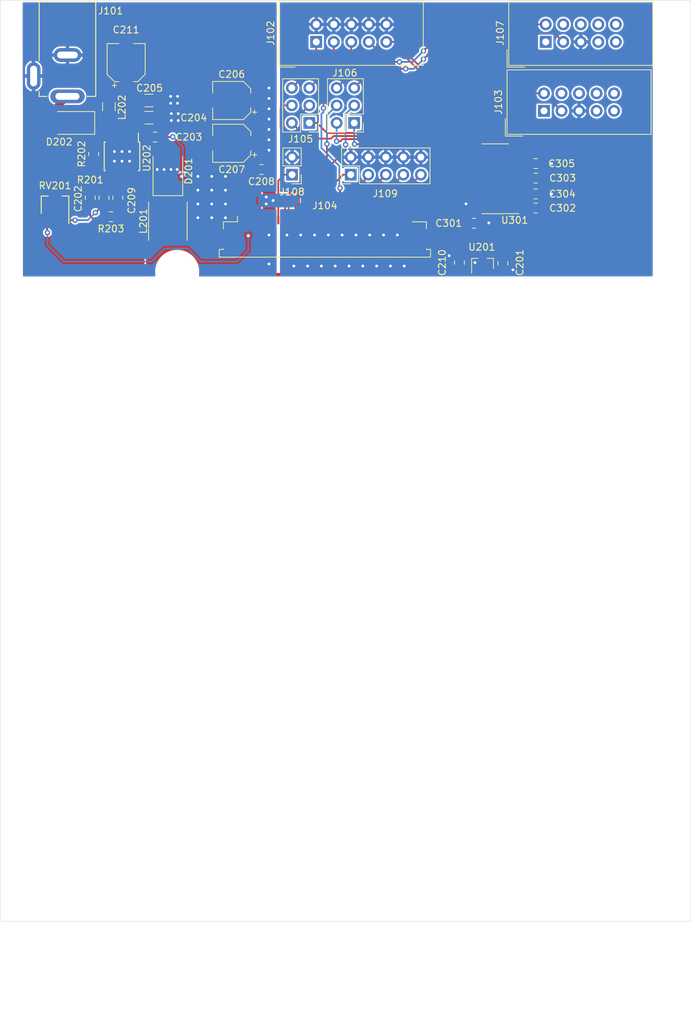
<source format=kicad_pcb>
(kicad_pcb (version 20171130) (host pcbnew 5.1.8-5.1.8)
  (layers (0 F.Cu signal) (31 B.Cu signal) (34 B.Paste user) (35 F.Paste user) (36 B.SilkS user) (37 F.SilkS user) (38 B.Mask user) (39 F.Mask user) (44 Edge.Cuts user))
  (net 0 "")
  (net 1 +5V)
  (net 2 GND)
  (net 3 "/Power Supply/FB")
  (net 4 "/Power Supply/SW")
  (net 5 "/Power Supply/BOOT")
  (net 6 "/Power Supply/VIN")
  (net 7 "/Power Supply/SS")
  (net 8 +3V3)
  (net 9 "Net-(R201-Pad2)")
  (net 10 "/Power Supply/RT")
  (net 11 GNDS)
  (net 12 "Net-(C302-Pad2)")
  (net 13 "Net-(C302-Pad1)")
  (net 14 "Net-(C303-Pad2)")
  (net 15 "Net-(C303-Pad1)")
  (net 16 "Net-(C304-Pad1)")
  (net 17 "Net-(C305-Pad1)")
  (net 18 /RS232_TX)
  (net 19 /RS232_RX)
  (net 20 /GPS_ACT)
  (net 21 /UART_TX)
  (net 22 /UART_RX)
  (net 23 "/Level Converter/UART1_IN")
  (net 24 "/Level Converter/UART1_OUT")
  (net 25 "/Level Converter/LVTTL1_OUT")
  (net 26 "/Level Converter/LVTTL1_IN")
  (net 27 "/Level Converter/LVTTL2_IN")
  (net 28 "/Level Converter/LVTTL2_OUT")
  (net 29 "/Level Converter/UART2_IN")
  (net 30 "/Level Converter/UART2_OUT")
  (net 31 "Net-(J103-Pad10)")
  (net 32 "Net-(J103-Pad9)")
  (net 33 "Net-(J103-Pad8)")
  (net 34 "Net-(J103-Pad7)")
  (net 35 "Net-(J103-Pad6)")
  (net 36 "Net-(J103-Pad4)")
  (net 37 "Net-(J103-Pad1)")
  (net 38 "Net-(J104-Pad43)")
  (net 39 "Net-(J104-Pad8)")
  (net 40 "Net-(J106-Pad6)")
  (net 41 "Net-(J106-Pad5)")
  (net 42 "Net-(J107-Pad10)")
  (net 43 "Net-(J107-Pad9)")
  (net 44 "Net-(J107-Pad8)")
  (net 45 "Net-(J107-Pad7)")
  (net 46 "Net-(J107-Pad6)")
  (net 47 "Net-(J107-Pad4)")
  (net 48 "Net-(J107-Pad1)")
  (net 49 /LVTTL_10M)
  (net 50 /OUTP_ACT)
  (net 51 /MACT)
  (net 52 /RESET)
  (net 53 /UART_TX_HS)
  (net 54 /PP2S)
  (net 55 "Net-(C204-Pad1)")
  (net 56 "Net-(D202-Pad1)")
  (net 57 "Net-(J104-Pad47)")
  (net 58 "Net-(J104-Pad45)")
  (net 59 "Net-(J104-Pad38)")
  (net 60 "Net-(J104-Pad36)")
  (net 61 "Net-(J104-Pad35)")
  (net 62 "Net-(J104-Pad33)")
  (net 63 "Net-(J104-Pad32)")
  (net 64 "Net-(J104-Pad26)")
  (net 65 "Net-(J104-Pad24)")
  (net 66 "Net-(J104-Pad22)")
  (net 67 "Net-(J104-Pad20)")
  (net 68 "Net-(J102-Pad3)")
  (net 69 "Net-(J102-Pad1)")
  (module MountingHole:MountingHole_3.2mm_M3_DIN965 (layer F.Cu) (at 215.2 217.5)
    (fp_text reference H104 hide)
    (fp_text value MountingHole)
    (pad 1 np_thru_hole circle (at 0 0) (size 3.2 3.2) (drill 3.2) (layers *.Cu *.Mask))
  )
  (module MountingHole:MountingHole_3.2mm_M3_DIN965 (layer F.Cu) (at 158.6 217.5)
    (fp_text reference H103 hide)
    (fp_text value MountingHole)
    (pad 1 np_thru_hole circle (at 0 0) (size 3.2 3.2) (drill 3.2) (layers *.Cu *.Mask))
  )
  (module MountingHole:MountingHole_3.2mm_M3_DIN965 (layer F.Cu) (at 215.2 142.65)
    (fp_text reference H102 hide)
    (fp_text value MountingHole)
    (pad 1 np_thru_hole circle (at 0 0) (size 3.2 3.2) (drill 3.2) (layers *.Cu *.Mask))
  )
  (module MountingHole:MountingHole_3.2mm_M3_DIN965 (layer F.Cu) (at 158.6 130.85)
    (fp_text reference H101 hide)
    (fp_text value MountingHole)
    (pad 1 np_thru_hole circle (at 0 0) (size 3.2 3.2) (drill 3.2) (layers *.Cu *.Mask))
  )
  (module Capacitor_SMD:C_0805_2012Metric (layer F.Cu) (at 155.4 111.3)
    (fp_text reference C203 (at 4.9 0) (layer F.SilkS))
    (fp_text value 100nF)
    (pad 2 smd roundrect (at 0.9375 0) (size 0.975 1.4) (layers F.Cu F.Paste F.Mask) (net 4 "/Power Supply/SW"))
    (pad 1 smd roundrect (at -0.9375 0) (size 0.975 1.4) (layers F.Cu F.Paste F.Mask) (net 5 "/Power Supply/BOOT"))
  )
  (module Connector_IDC:IDC-Header_2x05_P2.54mm_Vertical (layer F.Cu) (at 178.75 97.5 90)
    (fp_text reference J102 (at 1.27 -6.604 90) (layer F.SilkS))
    (fp_text value Conn_02x05_Odd_Even)
    (pad 10 thru_hole oval (at 2.54 10.16 90) (size 1.7272 1.7272) (drill 1.016) (layers *.Cu *.Mask) (net 11 GNDS))
    (pad 9 thru_hole oval (at 0 10.16 90) (size 1.7272 1.7272) (drill 1.016) (layers *.Cu *.Mask) (net 25 "/Level Converter/LVTTL1_OUT"))
    (pad 8 thru_hole oval (at 2.54 7.62 90) (size 1.7272 1.7272) (drill 1.016) (layers *.Cu *.Mask) (net 11 GNDS))
    (pad 7 thru_hole oval (at 0 7.62 90) (size 1.7272 1.7272) (drill 1.016) (layers *.Cu *.Mask) (net 26 "/Level Converter/LVTTL1_IN"))
    (pad 6 thru_hole oval (at 2.54 5.08 90) (size 1.7272 1.7272) (drill 1.016) (layers *.Cu *.Mask) (net 11 GNDS))
    (pad 5 thru_hole oval (at 0 5.08 90) (size 1.7272 1.7272) (drill 1.016) (layers *.Cu *.Mask) (net 54 /PP2S))
    (pad 4 thru_hole oval (at 2.54 2.54 90) (size 1.7272 1.7272) (drill 1.016) (layers *.Cu *.Mask) (net 11 GNDS))
    (pad 3 thru_hole oval (at 0 2.54 90) (size 1.7272 1.7272) (drill 1.016) (layers *.Cu *.Mask) (net 68 "Net-(J102-Pad3)"))
    (pad 2 thru_hole oval (at 2.54 0 90) (size 1.7272 1.7272) (drill 1.016) (layers *.Cu *.Mask) (net 11 GNDS))
    (pad 1 thru_hole rect (at 0 0 90) (size 1.7272 1.7272) (drill 1.016) (layers *.Cu *.Mask) (net 69 "Net-(J102-Pad1)"))
  )
  (module Diode_SMD:D_SMA (layer F.Cu) (at 143.25 109.25 180)
    (fp_text reference D202 (at 1.75 -2.75) (layer F.SilkS))
    (fp_text value ES2BA-13-F)
    (pad 2 smd rect (at 2 0 180) (size 2.5 1.8) (layers F.Cu F.Paste F.Mask) (net 6 "/Power Supply/VIN"))
    (pad 1 smd rect (at -2 0 180) (size 2.5 1.8) (layers F.Cu F.Paste F.Mask) (net 56 "Net-(D202-Pad1)"))
  )
  (module Inductor_SMD:L_1206_3216Metric (layer F.Cu) (at 148.7 106.9 90)
    (fp_text reference L202 (at -0.1 1.9 90) (layer F.SilkS))
    (fp_text value 1u)
    (pad 2 smd roundrect (at 1.4 0 90) (size 1.25 1.75) (layers F.Cu F.Paste F.Mask) (roundrect_rratio 0.2) (net 55 "Net-(C204-Pad1)"))
    (pad 1 smd roundrect (at -1.4 0 90) (size 1.25 1.75) (layers F.Cu F.Paste F.Mask) (roundrect_rratio 0.2) (net 56 "Net-(D202-Pad1)"))
  )
  (module Capacitor_SMD:CP_Elec_5x5.9 (layer F.Cu) (at 151.2 100.5 90)
    (fp_text reference C211 (at 4.75 0 180) (layer F.SilkS))
    (fp_text value 47u)
    (pad 2 smd roundrect (at 2.2 0 90) (size 3 1.6) (layers F.Cu F.Paste F.Mask) (roundrect_rratio 0.15625) (net 2 GND))
    (pad 1 smd roundrect (at -2.2 0 90) (size 3 1.6) (layers F.Cu F.Paste F.Mask) (roundrect_rratio 0.15625) (net 55 "Net-(C204-Pad1)"))
  )
  (module Diode_SMD:D_SMB (layer F.Cu) (at 157.25 116.25 90)
    (fp_text reference D201 (at 0 3 90) (layer F.SilkS))
    (fp_text value B330BE-13)
    (pad 2 smd rect (at 2.15 0 90) (size 2.5 2.3) (layers F.Cu F.Paste F.Mask) (net 2 GND))
    (pad 1 smd rect (at -2.15 0 90) (size 2.5 2.3) (layers F.Cu F.Paste F.Mask) (net 4 "/Power Supply/SW"))
  )
  (module Capacitor_SMD:C_0805_2012Metric (layer F.Cu) (at 199.5 129.5 90)
    (fp_text reference C210 (at 0 -2.5 90) (layer F.SilkS))
    (fp_text value 4.7u)
    (pad 2 smd roundrect (at 0.9375 0 90) (size 0.975 1.4) (layers F.Cu F.Paste F.Mask) (net 11 GNDS))
    (pad 1 smd roundrect (at -0.9375 0 90) (size 0.975 1.4) (layers F.Cu F.Paste F.Mask) (net 1 +5V))
  )
  (module Connector_FFC-FPC:Molex_54132-5033_1x50-1MP_P0.5mm_Horizontal (layer F.Cu) (at 180 125)
    (fp_text reference J104 (at 0 -3.75) (layer F.SilkS))
    (fp_text value FPC-50-0.5MM)
    (pad MP smd rect (at 14.35 1.45) (size 2.4 1.6) (layers F.Cu F.Paste F.Mask))
    (pad MP smd rect (at -14.35 1.45) (size 2.4 1.6) (layers F.Cu F.Paste F.Mask))
    (pad MP smd rect (at 13.95 1.05) (size 1.6 2.4) (layers F.Cu F.Paste F.Mask))
    (pad MP smd rect (at -13.95 1.05) (size 1.6 2.4) (layers F.Cu F.Paste F.Mask))
    (pad 50 smd rect (at 12.25 -1.65) (size 0.3 1.2) (layers F.Cu F.Paste F.Mask) (net 11 GNDS))
    (pad 49 smd rect (at 11.75 -1.65) (size 0.3 1.2) (layers F.Cu F.Paste F.Mask) (net 53 /UART_TX_HS))
    (pad 48 smd rect (at 11.25 -1.65) (size 0.3 1.2) (layers F.Cu F.Paste F.Mask) (net 11 GNDS))
    (pad 47 smd rect (at 10.75 -1.65) (size 0.3 1.2) (layers F.Cu F.Paste F.Mask) (net 57 "Net-(J104-Pad47)"))
    (pad 46 smd rect (at 10.25 -1.65) (size 0.3 1.2) (layers F.Cu F.Paste F.Mask) (net 11 GNDS))
    (pad 45 smd rect (at 9.75 -1.65) (size 0.3 1.2) (layers F.Cu F.Paste F.Mask) (net 58 "Net-(J104-Pad45)"))
    (pad 44 smd rect (at 9.25 -1.65) (size 0.3 1.2) (layers F.Cu F.Paste F.Mask) (net 11 GNDS))
    (pad 43 smd rect (at 8.75 -1.65) (size 0.3 1.2) (layers F.Cu F.Paste F.Mask) (net 38 "Net-(J104-Pad43)"))
    (pad 42 smd rect (at 8.25 -1.65) (size 0.3 1.2) (layers F.Cu F.Paste F.Mask) (net 11 GNDS))
    (pad 41 smd rect (at 7.75 -1.65) (size 0.3 1.2) (layers F.Cu F.Paste F.Mask) (net 52 /RESET))
    (pad 40 smd rect (at 7.25 -1.65) (size 0.3 1.2) (layers F.Cu F.Paste F.Mask) (net 11 GNDS))
    (pad 39 smd rect (at 6.75 -1.65) (size 0.3 1.2) (layers F.Cu F.Paste F.Mask) (net 51 /MACT))
    (pad 38 smd rect (at 6.25 -1.65) (size 0.3 1.2) (layers F.Cu F.Paste F.Mask) (net 59 "Net-(J104-Pad38)"))
    (pad 37 smd rect (at 5.75 -1.65) (size 0.3 1.2) (layers F.Cu F.Paste F.Mask) (net 50 /OUTP_ACT))
    (pad 36 smd rect (at 5.25 -1.65) (size 0.3 1.2) (layers F.Cu F.Paste F.Mask) (net 60 "Net-(J104-Pad36)"))
    (pad 35 smd rect (at 4.75 -1.65) (size 0.3 1.2) (layers F.Cu F.Paste F.Mask) (net 61 "Net-(J104-Pad35)"))
    (pad 34 smd rect (at 4.25 -1.65) (size 0.3 1.2) (layers F.Cu F.Paste F.Mask) (net 11 GNDS))
    (pad 33 smd rect (at 3.75 -1.65) (size 0.3 1.2) (layers F.Cu F.Paste F.Mask) (net 62 "Net-(J104-Pad33)"))
    (pad 32 smd rect (at 3.25 -1.65) (size 0.3 1.2) (layers F.Cu F.Paste F.Mask) (net 63 "Net-(J104-Pad32)"))
    (pad 31 smd rect (at 2.75 -1.65) (size 0.3 1.2) (layers F.Cu F.Paste F.Mask) (net 11 GNDS))
    (pad 30 smd rect (at 2.25 -1.65) (size 0.3 1.2) (layers F.Cu F.Paste F.Mask) (net 54 /PP2S))
    (pad 29 smd rect (at 1.75 -1.65) (size 0.3 1.2) (layers F.Cu F.Paste F.Mask) (net 11 GNDS))
    (pad 28 smd rect (at 1.25 -1.65) (size 0.3 1.2) (layers F.Cu F.Paste F.Mask) (net 49 /LVTTL_10M))
    (pad 27 smd rect (at 0.75 -1.65) (size 0.3 1.2) (layers F.Cu F.Paste F.Mask) (net 11 GNDS))
    (pad 26 smd rect (at 0.25 -1.65) (size 0.3 1.2) (layers F.Cu F.Paste F.Mask) (net 64 "Net-(J104-Pad26)"))
    (pad 25 smd rect (at -0.25 -1.65) (size 0.3 1.2) (layers F.Cu F.Paste F.Mask) (net 11 GNDS))
    (pad 24 smd rect (at -0.75 -1.65) (size 0.3 1.2) (layers F.Cu F.Paste F.Mask) (net 65 "Net-(J104-Pad24)"))
    (pad 23 smd rect (at -1.25 -1.65) (size 0.3 1.2) (layers F.Cu F.Paste F.Mask) (net 11 GNDS))
    (pad 22 smd rect (at -1.75 -1.65) (size 0.3 1.2) (layers F.Cu F.Paste F.Mask) (net 66 "Net-(J104-Pad22)"))
    (pad 21 smd rect (at -2.25 -1.65) (size 0.3 1.2) (layers F.Cu F.Paste F.Mask) (net 11 GNDS))
    (pad 20 smd rect (at -2.75 -1.65) (size 0.3 1.2) (layers F.Cu F.Paste F.Mask) (net 67 "Net-(J104-Pad20)"))
    (pad 19 smd rect (at -3.25 -1.65) (size 0.3 1.2) (layers F.Cu F.Paste F.Mask) (net 11 GNDS))
    (pad 18 smd rect (at -3.75 -1.65) (size 0.3 1.2) (layers F.Cu F.Paste F.Mask) (net 19 /RS232_RX))
    (pad 17 smd rect (at -4.25 -1.65) (size 0.3 1.2) (layers F.Cu F.Paste F.Mask) (net 18 /RS232_TX))
    (pad 16 smd rect (at -4.75 -1.65) (size 0.3 1.2) (layers F.Cu F.Paste F.Mask) (net 11 GNDS))
    (pad 15 smd rect (at -5.25 -1.65) (size 0.3 1.2) (layers F.Cu F.Paste F.Mask) (net 22 /UART_RX))
    (pad 14 smd rect (at -5.75 -1.65) (size 0.3 1.2) (layers F.Cu F.Paste F.Mask) (net 21 /UART_TX))
    (pad 13 smd rect (at -6.25 -1.65) (size 0.3 1.2) (layers F.Cu F.Paste F.Mask) (net 11 GNDS))
    (pad 12 smd rect (at -6.75 -1.65) (size 0.3 1.2) (layers F.Cu F.Paste F.Mask) (net 20 /GPS_ACT))
    (pad 11 smd rect (at -7.25 -1.65) (size 0.3 1.2) (layers F.Cu F.Paste F.Mask) (net 2 GND))
    (pad 10 smd rect (at -7.75 -1.65) (size 0.3 1.2) (layers F.Cu F.Paste F.Mask) (net 2 GND))
    (pad 9 smd rect (at -8.25 -1.65) (size 0.3 1.2) (layers F.Cu F.Paste F.Mask) (net 2 GND))
    (pad 8 smd rect (at -8.75 -1.65) (size 0.3 1.2) (layers F.Cu F.Paste F.Mask) (net 39 "Net-(J104-Pad8)"))
    (pad 7 smd rect (at -9.25 -1.65) (size 0.3 1.2) (layers F.Cu F.Paste F.Mask) (net 1 +5V))
    (pad 6 smd rect (at -9.75 -1.65) (size 0.3 1.2) (layers F.Cu F.Paste F.Mask) (net 1 +5V))
    (pad 5 smd rect (at -10.25 -1.65) (size 0.3 1.2) (layers F.Cu F.Paste F.Mask) (net 1 +5V))
    (pad 4 smd rect (at -10.75 -1.65) (size 0.3 1.2) (layers F.Cu F.Paste F.Mask) (net 1 +5V))
    (pad 3 smd rect (at -11.25 -1.65) (size 0.3 1.2) (layers F.Cu F.Paste F.Mask) (net 1 +5V))
    (pad 2 smd rect (at -11.75 -1.65) (size 0.3 1.2) (layers F.Cu F.Paste F.Mask) (net 1 +5V))
    (pad 1 smd rect (at -12.25 -1.65) (size 0.3 1.2) (layers F.Cu F.Paste F.Mask) (net 1 +5V))
  )
  (module Connector_PinHeader_2.54mm:PinHeader_2x05_P2.54mm_Vertical (layer F.Cu) (at 183.75 116.75 90)
    (fp_text reference J109 (at -2.75 5 180) (layer F.SilkS))
    (fp_text value Conn_02x05_Top_Bottom)
    (pad 10 thru_hole oval (at 2.54 10.16 90) (size 1.7 1.7) (drill 1) (layers *.Cu *.Mask) (net 11 GNDS))
    (pad 9 thru_hole oval (at 0 10.16 90) (size 1.7 1.7) (drill 1) (layers *.Cu *.Mask) (net 53 /UART_TX_HS))
    (pad 8 thru_hole oval (at 2.54 7.62 90) (size 1.7 1.7) (drill 1) (layers *.Cu *.Mask) (net 11 GNDS))
    (pad 7 thru_hole oval (at 0 7.62 90) (size 1.7 1.7) (drill 1) (layers *.Cu *.Mask) (net 52 /RESET))
    (pad 6 thru_hole oval (at 2.54 5.08 90) (size 1.7 1.7) (drill 1) (layers *.Cu *.Mask) (net 11 GNDS))
    (pad 5 thru_hole oval (at 0 5.08 90) (size 1.7 1.7) (drill 1) (layers *.Cu *.Mask) (net 51 /MACT))
    (pad 4 thru_hole oval (at 2.54 2.54 90) (size 1.7 1.7) (drill 1) (layers *.Cu *.Mask) (net 11 GNDS))
    (pad 3 thru_hole oval (at 0 2.54 90) (size 1.7 1.7) (drill 1) (layers *.Cu *.Mask) (net 50 /OUTP_ACT))
    (pad 2 thru_hole oval (at 2.54 0 90) (size 1.7 1.7) (drill 1) (layers *.Cu *.Mask) (net 11 GNDS))
    (pad 1 thru_hole rect (at 0 0 90) (size 1.7 1.7) (drill 1) (layers *.Cu *.Mask) (net 49 /LVTTL_10M))
  )
  (module Capacitor_SMD:C_0805_2012Metric (layer F.Cu) (at 201.6 123.8)
    (fp_text reference C301 (at -3.65 0) (layer F.SilkS))
    (fp_text value 100n)
    (pad 2 smd roundrect (at 0.9375 0) (size 0.975 1.4) (layers F.Cu F.Paste F.Mask) (net 11 GNDS))
    (pad 1 smd roundrect (at -0.9375 0) (size 0.975 1.4) (layers F.Cu F.Paste F.Mask) (net 8 +3V3))
  )
  (module Connector_PinHeader_2.54mm:PinHeader_2x03_P2.54mm_Vertical (layer F.Cu) (at 184.25 109.25 180)
    (fp_text reference J106 (at 1.35 7.25) (layer F.SilkS))
    (fp_text value Conn_02x03_Top_Bottom)
    (pad 6 thru_hole oval (at 2.54 5.08 180) (size 1.7 1.7) (drill 1) (layers *.Cu *.Mask) (net 40 "Net-(J106-Pad6)"))
    (pad 5 thru_hole oval (at 0 5.08 180) (size 1.7 1.7) (drill 1) (layers *.Cu *.Mask) (net 41 "Net-(J106-Pad5)"))
    (pad 4 thru_hole oval (at 2.54 2.54 180) (size 1.7 1.7) (drill 1) (layers *.Cu *.Mask) (net 18 /RS232_TX))
    (pad 3 thru_hole oval (at 0 2.54 180) (size 1.7 1.7) (drill 1) (layers *.Cu *.Mask) (net 19 /RS232_RX))
    (pad 2 thru_hole oval (at 2.54 0 180) (size 1.7 1.7) (drill 1) (layers *.Cu *.Mask) (net 23 "/Level Converter/UART1_IN"))
    (pad 1 thru_hole rect (at 0 0 180) (size 1.7 1.7) (drill 1) (layers *.Cu *.Mask) (net 24 "/Level Converter/UART1_OUT"))
  )
  (module Connector_IDC:IDC-Header_2x05_P2.54mm_Vertical (layer F.Cu) (at 211.75 107.5 90)
    (fp_text reference J103 (at 1.27 -6.604 90) (layer F.SilkS))
    (fp_text value Conn_02x05_Top_Bottom)
    (pad 10 thru_hole oval (at 2.54 10.16 90) (size 1.7272 1.7272) (drill 1.016) (layers *.Cu *.Mask) (net 31 "Net-(J103-Pad10)"))
    (pad 9 thru_hole oval (at 0 10.16 90) (size 1.7272 1.7272) (drill 1.016) (layers *.Cu *.Mask) (net 32 "Net-(J103-Pad9)"))
    (pad 8 thru_hole oval (at 2.54 7.62 90) (size 1.7272 1.7272) (drill 1.016) (layers *.Cu *.Mask) (net 33 "Net-(J103-Pad8)"))
    (pad 7 thru_hole oval (at 0 7.62 90) (size 1.7272 1.7272) (drill 1.016) (layers *.Cu *.Mask) (net 34 "Net-(J103-Pad7)"))
    (pad 6 thru_hole oval (at 2.54 5.08 90) (size 1.7272 1.7272) (drill 1.016) (layers *.Cu *.Mask) (net 35 "Net-(J103-Pad6)"))
    (pad 5 thru_hole oval (at 0 5.08 90) (size 1.7272 1.7272) (drill 1.016) (layers *.Cu *.Mask) (net 11 GNDS))
    (pad 4 thru_hole oval (at 2.54 2.54 90) (size 1.7272 1.7272) (drill 1.016) (layers *.Cu *.Mask) (net 36 "Net-(J103-Pad4)"))
    (pad 3 thru_hole oval (at 0 2.54 90) (size 1.7272 1.7272) (drill 1.016) (layers *.Cu *.Mask) (net 29 "/Level Converter/UART2_IN"))
    (pad 2 thru_hole oval (at 2.54 0 90) (size 1.7272 1.7272) (drill 1.016) (layers *.Cu *.Mask) (net 30 "/Level Converter/UART2_OUT"))
    (pad 1 thru_hole rect (at 0 0 90) (size 1.7272 1.7272) (drill 1.016) (layers *.Cu *.Mask) (net 37 "Net-(J103-Pad1)"))
  )
  (module project:Trimpot_Bourns_3313J-1 (layer F.Cu) (at 140.9 121.85)
    (fp_text reference RV201 (at 0 -3.5) (layer F.SilkS))
    (fp_text value 50k)
    (pad 2 smd rect (at 0 -1.45) (size 1.6 1.6) (layers F.Cu F.Paste F.Mask) (net 1 +5V))
    (pad 3 smd rect (at -1.15 1.45) (size 1.1 1.6) (layers F.Cu F.Paste F.Mask) (net 1 +5V))
    (pad 1 smd rect (at 1.15 1.45) (size 1.1 1.6) (layers F.Cu F.Paste F.Mask) (net 9 "Net-(R201-Pad2)"))
  )
  (module project:NEB21R (layer F.Cu) (at 142.7 105.4 270)
    (fp_text reference J101 (at -12.4 -6.25 180) (layer F.SilkS))
    (fp_text value NEB21R)
    (pad 2 thru_hole oval (at -6 0 270) (size 2 4) (drill oval 1 3) (layers *.Cu *.Mask) (net 2 GND))
    (pad 3 thru_hole oval (at -2.95 4.9) (size 2 4) (drill oval 1 3) (layers *.Cu *.Mask) (net 2 GND))
    (pad 1 thru_hole oval (at 0 0 270) (size 2 5) (drill oval 1 3.5) (layers *.Cu *.Mask) (net 6 "/Power Supply/VIN"))
  )
  (module Connector_PinHeader_2.54mm:PinHeader_2x03_P2.54mm_Vertical (layer F.Cu) (at 177.75 109.25 180)
    (fp_text reference J105 (at 1.27 -2.33) (layer F.SilkS))
    (fp_text value Conn_02x03_Top_Bottom)
    (pad 6 thru_hole oval (at 2.54 5.08 180) (size 1.7 1.7) (drill 1) (layers *.Cu *.Mask) (net 69 "Net-(J102-Pad1)"))
    (pad 5 thru_hole oval (at 0 5.08 180) (size 1.7 1.7) (drill 1) (layers *.Cu *.Mask) (net 68 "Net-(J102-Pad3)"))
    (pad 4 thru_hole oval (at 2.54 2.54 180) (size 1.7 1.7) (drill 1) (layers *.Cu *.Mask) (net 21 /UART_TX))
    (pad 3 thru_hole oval (at 0 2.54 180) (size 1.7 1.7) (drill 1) (layers *.Cu *.Mask) (net 22 /UART_RX))
    (pad 2 thru_hole oval (at 2.54 0 180) (size 1.7 1.7) (drill 1) (layers *.Cu *.Mask) (net 27 "/Level Converter/LVTTL2_IN"))
    (pad 1 thru_hole rect (at 0 0 180) (size 1.7 1.7) (drill 1) (layers *.Cu *.Mask) (net 28 "/Level Converter/LVTTL2_OUT"))
  )
  (module Connector_IDC:IDC-Header_2x05_P2.54mm_Vertical (layer F.Cu) (at 212 97.5 90)
    (fp_text reference J107 (at 1.27 -6.604 90) (layer F.SilkS))
    (fp_text value Conn_02x05_Top_Bottom)
    (pad 10 thru_hole oval (at 2.54 10.16 90) (size 1.7272 1.7272) (drill 1.016) (layers *.Cu *.Mask) (net 42 "Net-(J107-Pad10)"))
    (pad 9 thru_hole oval (at 0 10.16 90) (size 1.7272 1.7272) (drill 1.016) (layers *.Cu *.Mask) (net 43 "Net-(J107-Pad9)"))
    (pad 8 thru_hole oval (at 2.54 7.62 90) (size 1.7272 1.7272) (drill 1.016) (layers *.Cu *.Mask) (net 44 "Net-(J107-Pad8)"))
    (pad 7 thru_hole oval (at 0 7.62 90) (size 1.7272 1.7272) (drill 1.016) (layers *.Cu *.Mask) (net 45 "Net-(J107-Pad7)"))
    (pad 6 thru_hole oval (at 2.54 5.08 90) (size 1.7272 1.7272) (drill 1.016) (layers *.Cu *.Mask) (net 46 "Net-(J107-Pad6)"))
    (pad 5 thru_hole oval (at 0 5.08 90) (size 1.7272 1.7272) (drill 1.016) (layers *.Cu *.Mask) (net 11 GNDS))
    (pad 4 thru_hole oval (at 2.54 2.54 90) (size 1.7272 1.7272) (drill 1.016) (layers *.Cu *.Mask) (net 47 "Net-(J107-Pad4)"))
    (pad 3 thru_hole oval (at 0 2.54 90) (size 1.7272 1.7272) (drill 1.016) (layers *.Cu *.Mask) (net 41 "Net-(J106-Pad5)"))
    (pad 2 thru_hole oval (at 2.54 0 90) (size 1.7272 1.7272) (drill 1.016) (layers *.Cu *.Mask) (net 40 "Net-(J106-Pad6)"))
    (pad 1 thru_hole rect (at 0 0 90) (size 1.7272 1.7272) (drill 1.016) (layers *.Cu *.Mask) (net 48 "Net-(J107-Pad1)"))
  )
  (module Connector_PinHeader_2.54mm:PinHeader_1x02_P2.54mm_Vertical (layer F.Cu) (at 175.25 116.75 180)
    (fp_text reference J108 (at 0 -2.5) (layer F.SilkS))
    (fp_text value Conn_01x02)
    (pad 2 thru_hole oval (at 0 2.54 180) (size 1.7 1.7) (drill 1) (layers *.Cu *.Mask) (net 11 GNDS))
    (pad 1 thru_hole rect (at 0 0 180) (size 1.7 1.7) (drill 1) (layers *.Cu *.Mask) (net 20 /GPS_ACT))
  )
  (module NetTie:NetTie-2_SMD_Pad2.0mm (layer B.Cu) (at 173.25 120.5 180)
    (fp_text reference NT201 hide)
    (fp_text value Net-Tie_2)
    (fp_poly (pts (xy -2 1) (xy 2 1) (xy 2 -1) (xy -2 -1)) (layer B.Cu) (width 0))
    (pad 2 smd circle (at 2 0 180) (size 2 2) (layers B.Cu) (net 2 GND))
    (pad 1 smd circle (at -2 0 180) (size 2 2) (layers B.Cu) (net 11 GNDS))
  )
  (module Package_TO_SOT_SMD:SOT-23 (layer F.Cu) (at 202.85 129.65 90)
    (fp_text reference U201 (at 2.4 -0.1 180) (layer F.SilkS))
    (fp_text value APE8865N-33-HF-3)
    (pad 3 smd rect (at 1 0 90) (size 0.9 0.8) (layers F.Cu F.Paste F.Mask) (net 1 +5V))
    (pad 2 smd rect (at -1 0.95 90) (size 0.9 0.8) (layers F.Cu F.Paste F.Mask) (net 8 +3V3))
    (pad 1 smd rect (at -1 -0.95 90) (size 0.9 0.8) (layers F.Cu F.Paste F.Mask) (net 11 GNDS))
  )
  (module Package_SO:SOIC-16_3.9x9.9mm_P1.27mm (layer F.Cu) (at 204.68 117.35 180)
    (fp_text reference U301 (at -2.82 -6) (layer F.SilkS))
    (fp_text value MAX3232)
    (pad 16 smd roundrect (at 2.475 -4.445 180) (size 1.95 0.6) (layers F.Cu F.Paste F.Mask) (net 8 +3V3))
    (pad 15 smd roundrect (at 2.475 -3.175 180) (size 1.95 0.6) (layers F.Cu F.Paste F.Mask) (net 11 GNDS))
    (pad 14 smd roundrect (at 2.475 -1.905 180) (size 1.95 0.6) (layers F.Cu F.Paste F.Mask) (net 24 "/Level Converter/UART1_OUT"))
    (pad 13 smd roundrect (at 2.475 -0.635 180) (size 1.95 0.6) (layers F.Cu F.Paste F.Mask) (net 23 "/Level Converter/UART1_IN"))
    (pad 12 smd roundrect (at 2.475 0.635 180) (size 1.95 0.6) (layers F.Cu F.Paste F.Mask) (net 25 "/Level Converter/LVTTL1_OUT"))
    (pad 11 smd roundrect (at 2.475 1.905 180) (size 1.95 0.6) (layers F.Cu F.Paste F.Mask) (net 26 "/Level Converter/LVTTL1_IN"))
    (pad 10 smd roundrect (at 2.475 3.175 180) (size 1.95 0.6) (layers F.Cu F.Paste F.Mask) (net 27 "/Level Converter/LVTTL2_IN"))
    (pad 9 smd roundrect (at 2.475 4.445 180) (size 1.95 0.6) (layers F.Cu F.Paste F.Mask) (net 28 "/Level Converter/LVTTL2_OUT"))
    (pad 8 smd roundrect (at -2.475 4.445 180) (size 1.95 0.6) (layers F.Cu F.Paste F.Mask) (net 29 "/Level Converter/UART2_IN"))
    (pad 7 smd roundrect (at -2.475 3.175 180) (size 1.95 0.6) (layers F.Cu F.Paste F.Mask) (net 30 "/Level Converter/UART2_OUT"))
    (pad 6 smd roundrect (at -2.475 1.905 180) (size 1.95 0.6) (layers F.Cu F.Paste F.Mask) (net 17 "Net-(C305-Pad1)"))
    (pad 5 smd roundrect (at -2.475 0.635 180) (size 1.95 0.6) (layers F.Cu F.Paste F.Mask) (net 14 "Net-(C303-Pad2)"))
    (pad 4 smd roundrect (at -2.475 -0.635 180) (size 1.95 0.6) (layers F.Cu F.Paste F.Mask) (net 15 "Net-(C303-Pad1)"))
    (pad 3 smd roundrect (at -2.475 -1.905 180) (size 1.95 0.6) (layers F.Cu F.Paste F.Mask) (net 12 "Net-(C302-Pad2)"))
    (pad 2 smd roundrect (at -2.475 -3.175 180) (size 1.95 0.6) (layers F.Cu F.Paste F.Mask) (net 16 "Net-(C304-Pad1)"))
    (pad 1 smd roundrect (at -2.475 -4.445 180) (size 1.95 0.6) (layers F.Cu F.Paste F.Mask) (net 13 "Net-(C302-Pad1)"))
  )
  (module Capacitor_SMD:C_0805_2012Metric (layer F.Cu) (at 210.55 115.15)
    (fp_text reference C305 (at 3.75 0) (layer F.SilkS))
    (fp_text value 100n)
    (pad 2 smd roundrect (at 0.9375 0) (size 0.975 1.4) (layers F.Cu F.Paste F.Mask) (net 11 GNDS))
    (pad 1 smd roundrect (at -0.9375 0) (size 0.975 1.4) (layers F.Cu F.Paste F.Mask) (net 17 "Net-(C305-Pad1)"))
  )
  (module Capacitor_SMD:C_0805_2012Metric (layer F.Cu) (at 210.55 119.55)
    (fp_text reference C304 (at 3.85 0) (layer F.SilkS))
    (fp_text value 100n)
    (pad 2 smd roundrect (at 0.9375 0) (size 0.975 1.4) (layers F.Cu F.Paste F.Mask) (net 11 GNDS))
    (pad 1 smd roundrect (at -0.9375 0) (size 0.975 1.4) (layers F.Cu F.Paste F.Mask) (net 16 "Net-(C304-Pad1)"))
  )
  (module Capacitor_SMD:C_0805_2012Metric (layer F.Cu) (at 210.55 117.25 180)
    (fp_text reference C303 (at -3.9 0) (layer F.SilkS))
    (fp_text value 100n)
    (pad 2 smd roundrect (at 0.9375 0 180) (size 0.975 1.4) (layers F.Cu F.Paste F.Mask) (net 14 "Net-(C303-Pad2)"))
    (pad 1 smd roundrect (at -0.9375 0 180) (size 0.975 1.4) (layers F.Cu F.Paste F.Mask) (net 15 "Net-(C303-Pad1)"))
  )
  (module Capacitor_SMD:C_0805_2012Metric (layer F.Cu) (at 210.55 121.6)
    (fp_text reference C302 (at 3.9 0) (layer F.SilkS))
    (fp_text value 100n)
    (pad 2 smd roundrect (at 0.9375 0) (size 0.975 1.4) (layers F.Cu F.Paste F.Mask) (net 12 "Net-(C302-Pad2)"))
    (pad 1 smd roundrect (at -0.9375 0) (size 0.975 1.4) (layers F.Cu F.Paste F.Mask) (net 13 "Net-(C302-Pad1)"))
  )
  (module Capacitor_SMD:C_0805_2012Metric (layer F.Cu) (at 205.8 129.600001 270)
    (fp_text reference C201 (at -0.100001 -2.45 90) (layer F.SilkS))
    (fp_text value 4.7u)
    (pad 2 smd roundrect (at 0.9375 0 270) (size 0.975 1.4) (layers F.Cu F.Paste F.Mask) (net 11 GNDS))
    (pad 1 smd roundrect (at -0.9375 0 270) (size 0.975 1.4) (layers F.Cu F.Paste F.Mask) (net 8 +3V3))
  )
  (module Capacitor_SMD:C_0805_2012Metric (layer F.Cu) (at 146 120.1 270)
    (fp_text reference C202 (at 0.15 1.75 90) (layer F.SilkS))
    (fp_text value 270pF)
    (pad 2 smd roundrect (at 0.9375 0 270) (size 0.975 1.4) (layers F.Cu F.Paste F.Mask) (net 3 "/Power Supply/FB"))
    (pad 1 smd roundrect (at -0.9375 0 270) (size 0.975 1.4) (layers F.Cu F.Paste F.Mask) (net 1 +5V))
  )
  (module Resistor_SMD:R_0805_2012Metric (layer F.Cu) (at 148 120.1 270)
    (fp_text reference R201 (at -2.6 2) (layer F.SilkS))
    (fp_text value 25k5)
    (pad 2 smd roundrect (at 0.9375 0 270) (size 0.975 1.4) (layers F.Cu F.Paste F.Mask) (net 9 "Net-(R201-Pad2)"))
    (pad 1 smd roundrect (at -0.9375 0 270) (size 0.975 1.4) (layers F.Cu F.Paste F.Mask) (net 3 "/Power Supply/FB"))
  )
  (module Package_SO:TI_SO-PowerPAD-8 (layer F.Cu) (at 150.6 114.1 270)
    (fp_text reference U202 (at 0.25 -3.6 270) (layer F.SilkS))
    (fp_text value LMR14030SDDAR)
    (pad 9 smd rect (at -0.6025 -0.775 270) (size 1.205 1.55) (layers F.Cu F.Paste F.Mask) (net 2 GND))
    (pad 9 smd rect (at -0.6025 0.775 270) (size 1.205 1.55) (layers F.Cu F.Paste F.Mask) (net 2 GND))
    (pad 9 smd rect (at 0.6025 -0.775 270) (size 1.205 1.55) (layers F.Cu F.Paste F.Mask) (net 2 GND))
    (pad 9 smd rect (at 0.6025 0.775 270) (size 1.205 1.55) (layers F.Cu F.Paste F.Mask) (net 2 GND))
    (pad 8 smd rect (at 2.78 -1.905 270) (size 1.91 0.61) (layers F.Cu F.Paste F.Mask) (net 4 "/Power Supply/SW"))
    (pad 7 smd rect (at 2.78 -0.635 270) (size 1.91 0.61) (layers F.Cu F.Paste F.Mask) (net 2 GND))
    (pad 6 smd rect (at 2.78 0.635 270) (size 1.91 0.61) (layers F.Cu F.Paste F.Mask) (net 7 "/Power Supply/SS"))
    (pad 5 smd rect (at 2.78 1.905 270) (size 1.91 0.61) (layers F.Cu F.Paste F.Mask) (net 3 "/Power Supply/FB"))
    (pad 4 smd rect (at -2.78 1.905 270) (size 1.91 0.61) (layers F.Cu F.Paste F.Mask) (net 10 "/Power Supply/RT"))
    (pad 3 smd rect (at -2.78 0.635 270) (size 1.91 0.61) (layers F.Cu F.Paste F.Mask) (net 55 "Net-(C204-Pad1)"))
    (pad 2 smd rect (at -2.78 -0.635 270) (size 1.91 0.61) (layers F.Cu F.Paste F.Mask) (net 55 "Net-(C204-Pad1)"))
    (pad 1 smd rect (at -2.78 -1.905 270) (size 1.91 0.61) (layers F.Cu F.Paste F.Mask) (net 5 "/Power Supply/BOOT"))
  )
  (module Resistor_SMD:R_0805_2012Metric_Pad1.15x1.40mm_HandSolder (layer F.Cu) (at 149 122.85)
    (fp_text reference R203 (at 0 1.75) (layer F.SilkS))
    (fp_text value 10k)
    (pad 2 smd roundrect (at 1.025 0) (size 1.15 1.4) (layers F.Cu F.Paste F.Mask) (roundrect_rratio 0.2173904347826087) (net 2 GND))
    (pad 1 smd roundrect (at -1.025 0) (size 1.15 1.4) (layers F.Cu F.Paste F.Mask) (roundrect_rratio 0.2173904347826087) (net 3 "/Power Supply/FB"))
  )
  (module Resistor_SMD:R_0805_2012Metric_Pad1.15x1.40mm_HandSolder (layer F.Cu) (at 146.5 113.75 270)
    (fp_text reference R202 (at 0 1.75 90) (layer F.SilkS))
    (fp_text value 14k)
    (pad 2 smd roundrect (at 1.025 0 270) (size 1.15 1.4) (layers F.Cu F.Paste F.Mask) (roundrect_rratio 0.2173904347826087) (net 2 GND))
    (pad 1 smd roundrect (at -1.025 0 270) (size 1.15 1.4) (layers F.Cu F.Paste F.Mask) (roundrect_rratio 0.2173904347826087) (net 10 "/Power Supply/RT"))
  )
  (module Inductor_SMD:L_Coilcraft_XAL5030 (layer F.Cu) (at 157.25 123.5 270)
    (fp_text reference L201 (at 0 3.55 90) (layer F.SilkS))
    (fp_text value 2.2µH)
    (pad 2 smd rect (at 1.655 0 270) (size 1.2 4.7) (layers F.Cu F.Paste F.Mask) (net 1 +5V))
    (pad 1 smd rect (at -1.655 0 270) (size 1.2 4.7) (layers F.Cu F.Paste F.Mask) (net 4 "/Power Supply/SW"))
  )
  (module Capacitor_SMD:C_0805_2012Metric (layer F.Cu) (at 150 120.1 270)
    (fp_text reference C209 (at 0.4 -2 90) (layer F.SilkS))
    (fp_text value 10nF)
    (pad 2 smd roundrect (at 0.9375 0 270) (size 0.975 1.4) (layers F.Cu F.Paste F.Mask) (net 2 GND))
    (pad 1 smd roundrect (at -0.9375 0 270) (size 0.975 1.4) (layers F.Cu F.Paste F.Mask) (net 7 "/Power Supply/SS"))
  )
  (module Capacitor_SMD:C_0805_2012Metric (layer F.Cu) (at 170.8 116)
    (fp_text reference C208 (at 0 1.75) (layer F.SilkS))
    (fp_text value 200n)
    (pad 2 smd roundrect (at 0.9375 0) (size 0.975 1.4) (layers F.Cu F.Paste F.Mask) (net 2 GND))
    (pad 1 smd roundrect (at -0.9375 0) (size 0.975 1.4) (layers F.Cu F.Paste F.Mask) (net 1 +5V))
  )
  (module Capacitor_SMD:CP_Elec_5x5.9 (layer F.Cu) (at 166.5 112.2 180)
    (fp_text reference C207 (at 0 -3.8) (layer F.SilkS))
    (fp_text value 39u)
    (pad 2 smd roundrect (at 2.2 0 180) (size 3 1.6) (layers F.Cu F.Paste F.Mask) (roundrect_rratio 0.15625) (net 2 GND))
    (pad 1 smd roundrect (at -2.2 0 180) (size 3 1.6) (layers F.Cu F.Paste F.Mask) (roundrect_rratio 0.15625) (net 1 +5V))
  )
  (module Capacitor_SMD:CP_Elec_5x5.9 (layer F.Cu) (at 166.5 106 180)
    (fp_text reference C206 (at 0 3.8) (layer F.SilkS))
    (fp_text value 39u)
    (pad 2 smd roundrect (at 2.2 0 180) (size 3 1.6) (layers F.Cu F.Paste F.Mask) (roundrect_rratio 0.15625) (net 2 GND))
    (pad 1 smd roundrect (at -2.2 0 180) (size 3 1.6) (layers F.Cu F.Paste F.Mask) (roundrect_rratio 0.15625) (net 1 +5V))
  )
  (module Capacitor_SMD:C_1206_3216Metric (layer F.Cu) (at 154.5 106)
    (fp_text reference C205 (at 0.1 -1.8 180) (layer F.SilkS))
    (fp_text value 6.8u)
    (pad 1 smd roundrect (at -1.4 0) (size 1.25 1.75) (layers F.Cu F.Paste F.Mask) (roundrect_rratio 0.2) (net 55 "Net-(C204-Pad1)"))
    (pad 2 smd roundrect (at 1.4 0) (size 1.25 1.75) (layers F.Cu F.Paste F.Mask) (roundrect_rratio 0.2) (net 2 GND))
  )
  (module Capacitor_SMD:C_1206_3216Metric (layer F.Cu) (at 154.5 108.5)
    (fp_text reference C204 (at 6.5 0) (layer F.SilkS))
    (fp_text value 6.8u)
    (pad 1 smd roundrect (at -1.4 0) (size 1.25 1.75) (layers F.Cu F.Paste F.Mask) (roundrect_rratio 0.2) (net 55 "Net-(C204-Pad1)"))
    (pad 2 smd roundrect (at 1.4 0) (size 1.25 1.75) (layers F.Cu F.Paste F.Mask) (roundrect_rratio 0.2) (net 2 GND))
  )
  (gr_line (start 133 225) (end 133 91.5) (layer Edge.Cuts) (width 0.05))
  (gr_line (start 233 225) (end 133 225) (layer Edge.Cuts) (width 0.05))
  (gr_line (start 233 91.5) (end 233 225) (layer Edge.Cuts) (width 0.05))
  (gr_line (start 133 91.5) (end 233 91.5) (layer Edge.Cuts) (width 0.05))
  (segment (start 167.75 123.35) (end 167.75 122.25) (width 0.25) (layer F.Cu) (net 1))
  (segment (start 168.25 123.35) (end 168.25 122.25) (width 0.25) (layer F.Cu) (net 1))
  (segment (start 167.75 122.25) (end 168.25 122.25) (width 0.25) (layer F.Cu) (net 1))
  (segment (start 168.75 123.35) (end 168.75 122.25) (width 0.25) (layer F.Cu) (net 1))
  (segment (start 168.25 122.25) (end 168.75 122.25) (width 0.25) (layer F.Cu) (net 1))
  (segment (start 169.25 123.35) (end 169.25 122.25) (width 0.25) (layer F.Cu) (net 1))
  (segment (start 168.75 122.25) (end 169.25 122.25) (width 0.25) (layer F.Cu) (net 1))
  (segment (start 169.75 123.35) (end 169.75 122.25) (width 0.25) (layer F.Cu) (net 1))
  (segment (start 169.25 122.25) (end 169.75 122.25) (width 0.25) (layer F.Cu) (net 1))
  (segment (start 170.25 123.35) (end 170.25 122.25) (width 0.25) (layer F.Cu) (net 1))
  (segment (start 169.75 122.25) (end 170.25 122.25) (width 0.25) (layer F.Cu) (net 1))
  (segment (start 170.25 122.25) (end 170.75 122.25) (width 0.25) (layer F.Cu) (net 1))
  (segment (start 170.75 123.35) (end 170.75 122.25) (width 0.25) (layer F.Cu) (net 1))
  (segment (start 167.75 123.35) (end 167.75 124.5) (width 0.25) (layer F.Cu) (net 1))
  (segment (start 170.75 124.5) (end 170.75 123.35) (width 0.25) (layer F.Cu) (net 1))
  (segment (start 168.25 123.35) (end 168.25 124.5) (width 0.25) (layer F.Cu) (net 1))
  (segment (start 167.75 124.5) (end 168.25 124.5) (width 0.25) (layer F.Cu) (net 1))
  (segment (start 168.75 123.35) (end 168.75 124.5) (width 0.25) (layer F.Cu) (net 1))
  (segment (start 168.25 124.5) (end 168.75 124.5) (width 0.25) (layer F.Cu) (net 1))
  (segment (start 169.25 123.35) (end 169.25 124.5) (width 0.25) (layer F.Cu) (net 1))
  (segment (start 168.75 124.5) (end 169.25 124.5) (width 0.25) (layer F.Cu) (net 1))
  (segment (start 169.75 123.35) (end 169.75 124.5) (width 0.25) (layer F.Cu) (net 1))
  (segment (start 169.25 124.5) (end 169.75 124.5) (width 0.25) (layer F.Cu) (net 1))
  (segment (start 170.25 123.35) (end 170.25 124.5) (width 0.25) (layer F.Cu) (net 1))
  (segment (start 169.75 124.5) (end 170.25 124.5) (width 0.25) (layer F.Cu) (net 1))
  (segment (start 170.25 124.5) (end 170.75 124.5) (width 0.25) (layer F.Cu) (net 1))
  (segment (start 201.2875 128.65) (end 202.85 128.65) (width 0.5) (layer F.Cu) (net 1))
  (segment (start 199.5 130.4375) (end 201.2875 128.65) (width 0.5) (layer F.Cu) (net 1))
  (segment (start 170.25 131.25) (end 170 131) (width 0.5) (layer F.Cu) (net 1))
  (segment (start 197.25 131.25) (end 170.25 131.25) (width 0.5) (layer F.Cu) (net 1))
  (segment (start 199.5 130.4375) (end 198.0625 130.4375) (width 0.5) (layer F.Cu) (net 1))
  (segment (start 198.0625 130.4375) (end 197.25 131.25) (width 0.5) (layer F.Cu) (net 1))
  (via (at 168.9 125.6) (size 0.8) (drill 0.4) (layers F.Cu B.Cu) (net 1))
  (segment (start 156.8 127.45) (end 154.9 129.35) (width 0.25) (layer B.Cu) (net 1))
  (segment (start 162.021002 129.35) (end 160.121002 127.45) (width 0.25) (layer B.Cu) (net 1))
  (segment (start 160.121002 127.45) (end 156.8 127.45) (width 0.25) (layer B.Cu) (net 1))
  (segment (start 167.3 129.35) (end 162.021002 129.35) (width 0.25) (layer B.Cu) (net 1))
  (segment (start 168.9 125.6) (end 168.9 127.75) (width 0.25) (layer B.Cu) (net 1))
  (segment (start 168.9 127.75) (end 167.3 129.35) (width 0.25) (layer B.Cu) (net 1))
  (segment (start 154.9 129.35) (end 142.2 129.35) (width 0.25) (layer B.Cu) (net 1))
  (segment (start 142.2 129.35) (end 139.8 126.95) (width 0.25) (layer B.Cu) (net 1))
  (segment (start 139.8 126.95) (end 139.8 125.15) (width 0.25) (layer B.Cu) (net 1))
  (segment (start 139.75 123.3) (end 139.75 125.1) (width 0.25) (layer F.Cu) (net 1))
  (segment (start 139.75 125.1) (end 139.8 125.15) (width 0.25) (layer F.Cu) (net 1))
  (via (at 139.8 125.15) (size 0.8) (drill 0.4) (layers F.Cu B.Cu) (net 1))
  (segment (start 139.85 120.4) (end 140.9 120.4) (width 0.25) (layer F.Cu) (net 1))
  (segment (start 139.75 120.5) (end 139.85 120.4) (width 0.25) (layer F.Cu) (net 1))
  (segment (start 139.75 123.3) (end 139.75 120.5) (width 0.25) (layer F.Cu) (net 1))
  (segment (start 144.7625 120.4) (end 146 119.1625) (width 0.25) (layer F.Cu) (net 1))
  (segment (start 140.9 120.4) (end 144.7625 120.4) (width 0.25) (layer F.Cu) (net 1))
  (via (at 172.5 120.5) (size 0.8) (drill 0.4) (layers F.Cu B.Cu) (net 2))
  (via (at 171.5 121) (size 0.8) (drill 0.4) (layers F.Cu B.Cu) (net 2))
  (via (at 171.5 120) (size 0.8) (drill 0.4) (layers F.Cu B.Cu) (net 2))
  (via (at 149.5 114.8) (size 0.8) (drill 0.4) (layers F.Cu B.Cu) (net 2))
  (via (at 151.7 113.4) (size 0.8) (drill 0.4) (layers F.Cu B.Cu) (net 2))
  (via (at 150.6 113.4) (size 0.8) (drill 0.4) (layers F.Cu B.Cu) (net 2))
  (via (at 149.5 113.4) (size 0.8) (drill 0.4) (layers F.Cu B.Cu) (net 2))
  (segment (start 151.235 119.8025) (end 150 121.0375) (width 0.5) (layer F.Cu) (net 2))
  (segment (start 151.235 116.88) (end 151.235 119.8025) (width 0.5) (layer F.Cu) (net 2))
  (segment (start 151.235 114.8425) (end 150.6 114.8) (width 0.5) (layer F.Cu) (net 2))
  (segment (start 151.375 114.7025) (end 151.7 114.8) (width 0.5) (layer F.Cu) (net 2))
  (segment (start 150.025 122.233004) (end 150.025 122.85) (width 0.5) (layer F.Cu) (net 2))
  (segment (start 150 121.0375) (end 150 122.208004) (width 0.5) (layer F.Cu) (net 2))
  (segment (start 150 122.208004) (end 150.025 122.233004) (width 0.5) (layer F.Cu) (net 2))
  (segment (start 151.7 114.8) (end 151.235 114.8425) (width 0.5) (layer F.Cu) (net 2))
  (via (at 151.7 114.8) (size 0.8) (drill 0.4) (layers F.Cu B.Cu) (net 2))
  (via (at 150.6 114.8) (size 0.8) (drill 0.4) (layers F.Cu B.Cu) (net 2))
  (segment (start 151.235 115.435) (end 151.235 116.88) (width 0.5) (layer F.Cu) (net 2))
  (segment (start 150.6 114.8) (end 151.235 115.435) (width 0.5) (layer F.Cu) (net 2))
  (via (at 158.75 107.9) (size 0.8) (drill 0.4) (layers F.Cu B.Cu) (net 2))
  (via (at 158.75 108.9) (size 0.8) (drill 0.4) (layers F.Cu B.Cu) (net 2))
  (via (at 157.75 107.9) (size 0.8) (drill 0.4) (layers F.Cu B.Cu) (net 2))
  (via (at 157.75 108.9) (size 0.8) (drill 0.4) (layers F.Cu B.Cu) (net 2))
  (via (at 158.65 105.4) (size 0.8) (drill 0.4) (layers F.Cu B.Cu) (net 2))
  (via (at 158.65 106.4) (size 0.8) (drill 0.4) (layers F.Cu B.Cu) (net 2))
  (via (at 157.65 105.4) (size 0.8) (drill 0.4) (layers F.Cu B.Cu) (net 2))
  (via (at 157.65 106.4) (size 0.8) (drill 0.4) (layers F.Cu B.Cu) (net 2))
  (via (at 155.7 116) (size 0.8) (drill 0.4) (layers F.Cu B.Cu) (net 2))
  (via (at 156.7 116) (size 0.8) (drill 0.4) (layers F.Cu B.Cu) (net 2))
  (via (at 157.7 116) (size 0.8) (drill 0.4) (layers F.Cu B.Cu) (net 2))
  (via (at 158.6 116) (size 0.8) (drill 0.4) (layers F.Cu B.Cu) (net 2))
  (via (at 171.9 125.5) (size 0.8) (drill 0.4) (layers F.Cu B.Cu) (net 2))
  (segment (start 172.75 122.25) (end 172.75 123.35) (width 0.25) (layer F.Cu) (net 2))
  (segment (start 171.75 123.35) (end 171.75 122.25) (width 0.25) (layer F.Cu) (net 2))
  (segment (start 172.25 123.35) (end 172.25 122.25) (width 0.25) (layer F.Cu) (net 2))
  (segment (start 171.75 122.25) (end 172.25 122.25) (width 0.25) (layer F.Cu) (net 2))
  (segment (start 172.25 122.25) (end 172.75 122.25) (width 0.25) (layer F.Cu) (net 2))
  (segment (start 171.75 123.35) (end 171.75 124.5) (width 0.25) (layer F.Cu) (net 2))
  (segment (start 172.75 124.5) (end 172.75 123.35) (width 0.25) (layer F.Cu) (net 2))
  (segment (start 172.25 123.35) (end 172.25 124.5) (width 0.25) (layer F.Cu) (net 2))
  (segment (start 171.75 124.5) (end 172.25 124.5) (width 0.25) (layer F.Cu) (net 2))
  (segment (start 172.25 124.5) (end 172.75 124.5) (width 0.25) (layer F.Cu) (net 2))
  (via (at 171.9 129.7) (size 0.8) (drill 0.4) (layers F.Cu B.Cu) (net 2))
  (via (at 161.6 117) (size 0.8) (drill 0.4) (layers F.Cu B.Cu) (net 2))
  (via (at 163.6 117) (size 0.8) (drill 0.4) (layers F.Cu B.Cu) (net 2))
  (via (at 165.6 117) (size 0.8) (drill 0.4) (layers F.Cu B.Cu) (net 2))
  (via (at 161.6 119) (size 0.8) (drill 0.4) (layers F.Cu B.Cu) (net 2))
  (via (at 163.6 119) (size 0.8) (drill 0.4) (layers F.Cu B.Cu) (net 2))
  (via (at 165.6 119) (size 0.8) (drill 0.4) (layers F.Cu B.Cu) (net 2))
  (via (at 161.6 121) (size 0.8) (drill 0.4) (layers F.Cu B.Cu) (net 2))
  (via (at 163.6 121) (size 0.8) (drill 0.4) (layers F.Cu B.Cu) (net 2))
  (via (at 165.6 121) (size 0.8) (drill 0.4) (layers F.Cu B.Cu) (net 2))
  (via (at 161.6 123) (size 0.8) (drill 0.4) (layers F.Cu B.Cu) (net 2))
  (via (at 163.6 123) (size 0.8) (drill 0.4) (layers F.Cu B.Cu) (net 2))
  (via (at 165.6 123) (size 0.8) (drill 0.4) (layers F.Cu B.Cu) (net 2))
  (via (at 171.9 104.2) (size 0.8) (drill 0.4) (layers F.Cu B.Cu) (net 2))
  (via (at 171.9 105.7) (size 0.8) (drill 0.4) (layers F.Cu B.Cu) (net 2))
  (via (at 171.9 107.2) (size 0.8) (drill 0.4) (layers F.Cu B.Cu) (net 2))
  (via (at 171.9 108.7) (size 0.8) (drill 0.4) (layers F.Cu B.Cu) (net 2))
  (via (at 171.9 110.2) (size 0.8) (drill 0.4) (layers F.Cu B.Cu) (net 2))
  (via (at 171.9 111.7) (size 0.8) (drill 0.4) (layers F.Cu B.Cu) (net 2))
  (via (at 171.9 113.2) (size 0.8) (drill 0.4) (layers F.Cu B.Cu) (net 2))
  (segment (start 148.695 118.4675) (end 148.695 116.88) (width 0.25) (layer F.Cu) (net 3))
  (segment (start 148 119.1625) (end 148.695 118.4675) (width 0.25) (layer F.Cu) (net 3))
  (segment (start 147.3 122.85) (end 147.05 123.1) (width 0.25) (layer F.Cu) (net 3))
  (segment (start 147.975 122.85) (end 147.3 122.85) (width 0.25) (layer F.Cu) (net 3))
  (segment (start 147.05 123.1) (end 146.35 123.1) (width 0.25) (layer F.Cu) (net 3))
  (segment (start 146 122.75) (end 146 121.0375) (width 0.25) (layer F.Cu) (net 3))
  (segment (start 146.35 123.1) (end 146 122.75) (width 0.25) (layer F.Cu) (net 3))
  (segment (start 147.875 119.1625) (end 148 119.1625) (width 0.25) (layer F.Cu) (net 3))
  (segment (start 146 121.0375) (end 147.875 119.1625) (width 0.25) (layer F.Cu) (net 3))
  (via (at 157.95 111.25) (size 0.8) (drill 0.4) (layers F.Cu B.Cu) (net 4))
  (segment (start 156.425 111.3) (end 157.9 111.3) (width 0.25) (layer F.Cu) (net 4))
  (segment (start 157.9 111.3) (end 157.95 111.25) (width 0.25) (layer F.Cu) (net 4))
  (via (at 159.249995 116.999995) (size 0.8) (drill 0.4) (layers F.Cu B.Cu) (net 4))
  (segment (start 159.4 116.35) (end 159.25 116.5) (width 0.25) (layer B.Cu) (net 4))
  (segment (start 159.25 116.5) (end 159.25 116.99999) (width 0.25) (layer B.Cu) (net 4))
  (segment (start 157.95 111.25) (end 159.4 112.7) (width 0.25) (layer B.Cu) (net 4))
  (segment (start 159.25 116.99999) (end 159.249995 116.999995) (width 0.25) (layer B.Cu) (net 4))
  (segment (start 159.4 112.7) (end 159.4 116.35) (width 0.25) (layer B.Cu) (net 4))
  (segment (start 152.525 111.3) (end 152.505 111.32) (width 0.25) (layer F.Cu) (net 5))
  (segment (start 154.375 111.3) (end 152.525 111.3) (width 0.25) (layer F.Cu) (net 5))
  (segment (start 141.25 106.85) (end 141.25 109.25) (width 1) (layer F.Cu) (net 6))
  (segment (start 142.7 105.4) (end 141.25 106.85) (width 1) (layer F.Cu) (net 6))
  (segment (start 149.965 119.1275) (end 150 119.1625) (width 0.25) (layer F.Cu) (net 7))
  (segment (start 149.965 116.88) (end 149.965 119.1275) (width 0.25) (layer F.Cu) (net 7))
  (segment (start 200.5375 123.8) (end 200.655 123.9175) (width 0.5) (layer F.Cu) (net 8))
  (segment (start 200.6 123.7375) (end 200.5375 123.8) (width 0.5) (layer F.Cu) (net 8))
  (segment (start 203.8625 130.5875) (end 203.8 130.65) (width 0.5) (layer F.Cu) (net 8))
  (segment (start 201.105 121.795) (end 202.205 121.795) (width 0.5) (layer F.Cu) (net 8))
  (segment (start 200.6625 123.8) (end 200.6625 122.2375) (width 0.5) (layer F.Cu) (net 8))
  (segment (start 200.6625 122.2375) (end 201.105 121.795) (width 0.5) (layer F.Cu) (net 8))
  (segment (start 203.800001 130.7) (end 203.8 130.65) (width 0.5) (layer F.Cu) (net 8))
  (segment (start 203.812501 130.65) (end 205.8 128.662501) (width 0.5) (layer F.Cu) (net 8))
  (segment (start 203.8 130.65) (end 203.812501 130.65) (width 0.5) (layer F.Cu) (net 8))
  (segment (start 200.6625 125.8675) (end 200.6625 123.8) (width 0.5) (layer F.Cu) (net 8))
  (segment (start 201.795 127) (end 200.6625 125.8675) (width 0.5) (layer F.Cu) (net 8))
  (segment (start 205 127) (end 201.795 127) (width 0.5) (layer F.Cu) (net 8))
  (segment (start 205.8 128.662501) (end 205.8 127.8) (width 0.5) (layer F.Cu) (net 8))
  (segment (start 205.8 127.8) (end 205 127) (width 0.5) (layer F.Cu) (net 8))
  (via (at 146.750004 122.25) (size 0.8) (drill 0.4) (layers F.Cu B.Cu) (net 9))
  (segment (start 148 121.0375) (end 146.7875 122.25) (width 0.25) (layer F.Cu) (net 9))
  (segment (start 146.7875 122.25) (end 146.750004 122.25) (width 0.25) (layer F.Cu) (net 9))
  (segment (start 144.365681 123.35) (end 143.799996 123.35) (width 0.25) (layer B.Cu) (net 9))
  (segment (start 145.650004 123.35) (end 144.365681 123.35) (width 0.25) (layer B.Cu) (net 9))
  (via (at 143.799996 123.35) (size 0.8) (drill 0.4) (layers F.Cu B.Cu) (net 9))
  (segment (start 146.750004 122.25) (end 145.650004 123.35) (width 0.25) (layer B.Cu) (net 9))
  (segment (start 142.1 123.35) (end 143.799996 123.35) (width 0.25) (layer F.Cu) (net 9))
  (segment (start 142.05 123.3) (end 142.1 123.35) (width 0.25) (layer F.Cu) (net 9))
  (segment (start 147.025 111.225) (end 148.6 111.225) (width 0.25) (layer F.Cu) (net 10))
  (segment (start 146.5 112.725) (end 146.5 111.75) (width 0.25) (layer F.Cu) (net 10))
  (segment (start 148.6 111.225) (end 148.695 111.32) (width 0.25) (layer F.Cu) (net 10))
  (segment (start 146.5 111.75) (end 147.025 111.225) (width 0.25) (layer F.Cu) (net 10))
  (via (at 174.5 125.5) (size 0.8) (drill 0.4) (layers F.Cu B.Cu) (net 11))
  (via (at 212.85 115.15) (size 0.8) (drill 0.4) (layers F.Cu B.Cu) (net 11))
  (segment (start 211.4875 115.15) (end 212.85 115.15) (width 0.5) (layer F.Cu) (net 11))
  (via (at 212.849999 119.55) (size 0.8) (drill 0.4) (layers F.Cu B.Cu) (net 11))
  (segment (start 211.487499 119.55) (end 212.849999 119.55) (width 0.5) (layer F.Cu) (net 11))
  (segment (start 202.537501 123.8) (end 202.55 123.812498) (width 0.5) (layer F.Cu) (net 11))
  (via (at 200.456765 120.979612) (size 0.8) (drill 0.4) (layers F.Cu B.Cu) (net 11))
  (segment (start 202.205 120.525) (end 200.911377 120.525) (width 0.5) (layer F.Cu) (net 11))
  (segment (start 200.856764 120.579613) (end 200.456765 120.979612) (width 0.5) (layer F.Cu) (net 11))
  (segment (start 200.911377 120.525) (end 200.856764 120.579613) (width 0.5) (layer F.Cu) (net 11))
  (via (at 198 128.5) (size 0.8) (drill 0.4) (layers F.Cu B.Cu) (net 11))
  (segment (start 192.25 124.2) (end 192.25 123.35) (width 0.25) (layer F.Cu) (net 11))
  (segment (start 191.95 124.5) (end 192.25 124.2) (width 0.25) (layer F.Cu) (net 11))
  (segment (start 175.25 123.35) (end 175.25 124.5) (width 0.25) (layer F.Cu) (net 11))
  (segment (start 176.75 123.35) (end 176.75 124.5) (width 0.25) (layer F.Cu) (net 11))
  (segment (start 175.25 124.5) (end 176.75 124.5) (width 0.25) (layer F.Cu) (net 11))
  (segment (start 177.75 123.35) (end 177.75 124.5) (width 0.25) (layer F.Cu) (net 11))
  (segment (start 176.75 124.5) (end 177.75 124.5) (width 0.25) (layer F.Cu) (net 11))
  (segment (start 178.75 123.35) (end 178.75 124.5) (width 0.25) (layer F.Cu) (net 11))
  (segment (start 177.75 124.5) (end 178.75 124.5) (width 0.25) (layer F.Cu) (net 11))
  (segment (start 179.75 123.35) (end 179.75 124.5) (width 0.25) (layer F.Cu) (net 11))
  (segment (start 178.75 124.5) (end 179.75 124.5) (width 0.25) (layer F.Cu) (net 11))
  (segment (start 180.75 123.35) (end 180.75 124.5) (width 0.25) (layer F.Cu) (net 11))
  (segment (start 179.75 124.5) (end 180.75 124.5) (width 0.25) (layer F.Cu) (net 11))
  (segment (start 181.75 123.35) (end 181.75 124.5) (width 0.25) (layer F.Cu) (net 11))
  (segment (start 180.75 124.5) (end 181.75 124.5) (width 0.25) (layer F.Cu) (net 11))
  (segment (start 182.75 123.35) (end 182.75 124.5) (width 0.25) (layer F.Cu) (net 11))
  (segment (start 181.75 124.5) (end 182.75 124.5) (width 0.25) (layer F.Cu) (net 11))
  (segment (start 184.25 123.35) (end 184.25 124.5) (width 0.25) (layer F.Cu) (net 11))
  (segment (start 182.75 124.5) (end 184.25 124.5) (width 0.25) (layer F.Cu) (net 11))
  (segment (start 184.25 124.5) (end 187.25 124.5) (width 0.25) (layer F.Cu) (net 11))
  (segment (start 187.25 123.35) (end 187.25 124.5) (width 0.25) (layer F.Cu) (net 11))
  (segment (start 188.25 123.35) (end 188.25 124.5) (width 0.25) (layer F.Cu) (net 11))
  (segment (start 187.25 124.5) (end 188.25 124.5) (width 0.25) (layer F.Cu) (net 11))
  (segment (start 189.25 124.2) (end 189.25 124.5) (width 0.25) (layer F.Cu) (net 11))
  (segment (start 189.25 123.35) (end 189.25 124.2) (width 0.25) (layer F.Cu) (net 11))
  (segment (start 188.25 124.5) (end 189.25 124.5) (width 0.25) (layer F.Cu) (net 11))
  (segment (start 190.25 123.35) (end 190.25 124.5) (width 0.25) (layer F.Cu) (net 11))
  (segment (start 189.25 124.5) (end 190.25 124.5) (width 0.25) (layer F.Cu) (net 11))
  (segment (start 191.25 123.35) (end 191.25 124.5) (width 0.25) (layer F.Cu) (net 11))
  (segment (start 190.25 124.5) (end 191.25 124.5) (width 0.25) (layer F.Cu) (net 11))
  (segment (start 191.25 124.5) (end 191.95 124.5) (width 0.25) (layer F.Cu) (net 11))
  (via (at 207.250012 130.55) (size 0.8) (drill 0.4) (layers F.Cu B.Cu) (net 11))
  (segment (start 205.8 130.5375) (end 205.8125 130.55) (width 0.5) (layer F.Cu) (net 11))
  (segment (start 206.684327 130.55) (end 207.250012 130.55) (width 0.5) (layer F.Cu) (net 11))
  (segment (start 205.8125 130.55) (end 206.684327 130.55) (width 0.5) (layer F.Cu) (net 11))
  (segment (start 201.9 129.650012) (end 201.749998 129.50001) (width 0.5) (layer F.Cu) (net 11))
  (segment (start 201.9 130.65) (end 201.9 129.650012) (width 0.5) (layer F.Cu) (net 11))
  (via (at 201.749998 129.50001) (size 0.8) (drill 0.4) (layers F.Cu B.Cu) (net 11))
  (segment (start 198.0625 128.5625) (end 198 128.5) (width 0.5) (layer F.Cu) (net 11))
  (segment (start 199.5 128.5625) (end 198.0625 128.5625) (width 0.5) (layer F.Cu) (net 11))
  (segment (start 175.113589 124.5) (end 175.25 124.5) (width 0.25) (layer F.Cu) (net 11))
  (segment (start 174.05 124.5) (end 175.113589 124.5) (width 0.25) (layer F.Cu) (net 11))
  (segment (start 173.75 123.35) (end 173.75 124.2) (width 0.25) (layer F.Cu) (net 11))
  (segment (start 173.75 124.2) (end 174.05 124.5) (width 0.25) (layer F.Cu) (net 11))
  (via (at 203.75 123.749994) (size 0.8) (drill 0.4) (layers F.Cu B.Cu) (net 11))
  (segment (start 203.699994 123.8) (end 203.75 123.749994) (width 0.5) (layer F.Cu) (net 11))
  (segment (start 202.5375 123.8) (end 203.699994 123.8) (width 0.5) (layer F.Cu) (net 11))
  (via (at 176.5 125.5) (size 0.8) (drill 0.4) (layers F.Cu B.Cu) (net 11))
  (via (at 178.5 125.5) (size 0.8) (drill 0.4) (layers F.Cu B.Cu) (net 11))
  (via (at 180.5 125.5) (size 0.8) (drill 0.4) (layers F.Cu B.Cu) (net 11))
  (via (at 182.5 125.5) (size 0.8) (drill 0.4) (layers F.Cu B.Cu) (net 11))
  (via (at 184.5 125.5) (size 0.8) (drill 0.4) (layers F.Cu B.Cu) (net 11))
  (via (at 186.5 125.5) (size 0.8) (drill 0.4) (layers F.Cu B.Cu) (net 11))
  (via (at 188.5 125.5) (size 0.8) (drill 0.4) (layers F.Cu B.Cu) (net 11))
  (via (at 190.5 125.5) (size 0.8) (drill 0.4) (layers F.Cu B.Cu) (net 11))
  (via (at 175.5 130) (size 0.8) (drill 0.4) (layers F.Cu B.Cu) (net 11))
  (via (at 177.5 130) (size 0.8) (drill 0.4) (layers F.Cu B.Cu) (net 11))
  (via (at 179.5 130) (size 0.8) (drill 0.4) (layers F.Cu B.Cu) (net 11))
  (via (at 181.5 130) (size 0.8) (drill 0.4) (layers F.Cu B.Cu) (net 11))
  (via (at 183.5 130) (size 0.8) (drill 0.4) (layers F.Cu B.Cu) (net 11))
  (via (at 185.5 130) (size 0.8) (drill 0.4) (layers F.Cu B.Cu) (net 11))
  (via (at 187.5 130) (size 0.8) (drill 0.4) (layers F.Cu B.Cu) (net 11))
  (via (at 189.5 130) (size 0.8) (drill 0.4) (layers F.Cu B.Cu) (net 11))
  (via (at 191.5 130) (size 0.8) (drill 0.4) (layers F.Cu B.Cu) (net 11))
  (segment (start 175.25 120.5) (end 176.4 119.35) (width 0.2) (layer B.Cu) (net 11))
  (segment (start 206.08 119.255) (end 207.155 119.255) (width 0.25) (layer F.Cu) (net 12))
  (segment (start 205.650001 122.35) (end 205.65 119.685) (width 0.25) (layer F.Cu) (net 12))
  (segment (start 206.15 122.849999) (end 205.650001 122.35) (width 0.25) (layer F.Cu) (net 12))
  (segment (start 205.65 119.685) (end 206.08 119.255) (width 0.25) (layer F.Cu) (net 12))
  (segment (start 211.487499 121.6) (end 210.2375 122.849999) (width 0.25) (layer F.Cu) (net 12))
  (segment (start 210.2375 122.849999) (end 206.15 122.849999) (width 0.25) (layer F.Cu) (net 12))
  (segment (start 209.025 121.6) (end 208.825 121.8) (width 0.25) (layer F.Cu) (net 13))
  (segment (start 209.6125 121.6) (end 209.025 121.6) (width 0.25) (layer F.Cu) (net 13))
  (segment (start 208.82 121.795) (end 207.155 121.795) (width 0.25) (layer F.Cu) (net 13))
  (segment (start 208.825 121.8) (end 208.82 121.795) (width 0.25) (layer F.Cu) (net 13))
  (segment (start 209.6125 117.25) (end 209.05 117.25) (width 0.25) (layer F.Cu) (net 14))
  (segment (start 208.515 116.715) (end 207.155 116.715) (width 0.25) (layer F.Cu) (net 14))
  (segment (start 209.05 117.25) (end 208.515 116.715) (width 0.25) (layer F.Cu) (net 14))
  (segment (start 210.38179 118.35571) (end 208.85571 118.35571) (width 0.25) (layer F.Cu) (net 15))
  (segment (start 211.4875 117.25) (end 210.38179 118.35571) (width 0.25) (layer F.Cu) (net 15))
  (segment (start 208.485 117.985) (end 207.155 117.985) (width 0.25) (layer F.Cu) (net 15))
  (segment (start 208.85571 118.35571) (end 208.485 117.985) (width 0.25) (layer F.Cu) (net 15))
  (segment (start 208.6375 120.525) (end 207.155 120.525) (width 0.25) (layer F.Cu) (net 16))
  (segment (start 209.6125 119.55) (end 208.6375 120.525) (width 0.25) (layer F.Cu) (net 16))
  (segment (start 209.6125 115.15) (end 208.85 115.15) (width 0.25) (layer F.Cu) (net 17))
  (segment (start 208.555 115.445) (end 207.155 115.445) (width 0.25) (layer F.Cu) (net 17))
  (segment (start 208.85 115.15) (end 208.555 115.445) (width 0.25) (layer F.Cu) (net 17))
  (via (at 180.3 112.3) (size 0.8) (drill 0.4) (layers F.Cu B.Cu) (net 18))
  (segment (start 180.3 108.12) (end 181.71 106.71) (width 0.25) (layer B.Cu) (net 18))
  (segment (start 180.3 112.3) (end 180.3 108.12) (width 0.25) (layer B.Cu) (net 18))
  (segment (start 180.3 115.257823) (end 180.3 112.3) (width 0.25) (layer F.Cu) (net 18))
  (segment (start 175.75 123.35) (end 175.75 119.807823) (width 0.25) (layer F.Cu) (net 18))
  (segment (start 175.75 119.807823) (end 180.3 115.257823) (width 0.25) (layer F.Cu) (net 18))
  (via (at 183 112.4) (size 0.8) (drill 0.4) (layers F.Cu B.Cu) (net 19))
  (segment (start 183 107.96) (end 184.25 106.71) (width 0.25) (layer B.Cu) (net 19))
  (segment (start 183 112.4) (end 183 107.96) (width 0.25) (layer B.Cu) (net 19))
  (segment (start 183 112.965685) (end 183 112.4) (width 0.25) (layer F.Cu) (net 19))
  (segment (start 176.25 123.35) (end 176.25 119.944233) (width 0.25) (layer F.Cu) (net 19))
  (segment (start 177.775033 118.419201) (end 183 113.194234) (width 0.25) (layer F.Cu) (net 19))
  (segment (start 176.25 119.944233) (end 177.775033 118.419201) (width 0.25) (layer F.Cu) (net 19))
  (segment (start 183 113.194234) (end 183 112.965685) (width 0.25) (layer F.Cu) (net 19))
  (segment (start 174.15 116.75) (end 175.25 116.75) (width 0.25) (layer F.Cu) (net 20))
  (segment (start 173.25 117.65) (end 174.15 116.75) (width 0.25) (layer F.Cu) (net 20))
  (segment (start 173.25 123.35) (end 173.25 117.65) (width 0.25) (layer F.Cu) (net 20))
  (segment (start 176.425001 117.860001) (end 176.425001 112.840414) (width 0.25) (layer F.Cu) (net 21))
  (segment (start 176.425001 112.840414) (end 173.584988 110.000401) (width 0.25) (layer F.Cu) (net 21))
  (segment (start 174.25 120.035002) (end 176.425001 117.860001) (width 0.25) (layer F.Cu) (net 21))
  (segment (start 174.007919 106.71) (end 175.21 106.71) (width 0.25) (layer F.Cu) (net 21))
  (segment (start 173.584988 110.000401) (end 173.584988 107.132931) (width 0.25) (layer F.Cu) (net 21))
  (segment (start 173.584988 107.132931) (end 174.007919 106.71) (width 0.25) (layer F.Cu) (net 21))
  (segment (start 174.25 123.35) (end 174.25 120.035002) (width 0.25) (layer F.Cu) (net 21))
  (segment (start 174.364999 107.885001) (end 176.574999 107.885001) (width 0.25) (layer F.Cu) (net 22))
  (segment (start 174.034999 109.814001) (end 174.034999 108.215001) (width 0.25) (layer F.Cu) (net 22))
  (segment (start 176.574999 107.885001) (end 176.900001 107.559999) (width 0.25) (layer F.Cu) (net 22))
  (segment (start 176.900001 107.559999) (end 177.75 106.71) (width 0.25) (layer F.Cu) (net 22))
  (segment (start 174.034999 108.215001) (end 174.364999 107.885001) (width 0.25) (layer F.Cu) (net 22))
  (segment (start 176.875011 118.046401) (end 176.875011 112.654013) (width 0.25) (layer F.Cu) (net 22))
  (segment (start 174.75 123.35) (end 174.75 120.171414) (width 0.25) (layer F.Cu) (net 22))
  (segment (start 174.75 120.171414) (end 176.875011 118.046401) (width 0.25) (layer F.Cu) (net 22))
  (segment (start 176.875011 112.654013) (end 174.034999 109.814001) (width 0.25) (layer F.Cu) (net 22))
  (segment (start 181.75 109.29) (end 181.71 109.25) (width 0.25) (layer B.Cu) (net 23))
  (via (at 181.700004 111.9) (size 0.8) (drill 0.4) (layers F.Cu B.Cu) (net 23))
  (segment (start 181.700004 109.259996) (end 181.71 109.25) (width 0.25) (layer B.Cu) (net 23))
  (segment (start 181.700004 111.9) (end 181.700004 109.259996) (width 0.25) (layer B.Cu) (net 23))
  (segment (start 202.205 117.985) (end 200.41218 117.985) (width 0.25) (layer F.Cu) (net 23))
  (segment (start 194.027202 111.600022) (end 182.565667 111.600022) (width 0.25) (layer F.Cu) (net 23))
  (segment (start 200.41218 117.985) (end 194.027202 111.600022) (width 0.25) (layer F.Cu) (net 23))
  (segment (start 182.265689 111.9) (end 181.700004 111.9) (width 0.25) (layer F.Cu) (net 23))
  (segment (start 182.565667 111.600022) (end 182.265689 111.9) (width 0.25) (layer F.Cu) (net 23))
  (via (at 184.299996 112.325032) (size 0.8) (drill 0.4) (layers F.Cu B.Cu) (net 24))
  (segment (start 184.25 112.275036) (end 184.299996 112.325032) (width 0.25) (layer B.Cu) (net 24))
  (segment (start 184.25 109.25) (end 184.25 112.275036) (width 0.25) (layer B.Cu) (net 24))
  (segment (start 202.205 119.255) (end 201.04577 119.255) (width 0.25) (layer F.Cu) (net 24))
  (segment (start 194.115802 112.325032) (end 184.865681 112.325032) (width 0.25) (layer F.Cu) (net 24))
  (segment (start 201.04577 119.255) (end 194.115802 112.325032) (width 0.25) (layer F.Cu) (net 24))
  (segment (start 184.865681 112.325032) (end 184.299996 112.325032) (width 0.25) (layer F.Cu) (net 24))
  (segment (start 190.2 97.5) (end 188.91 97.5) (width 0.25) (layer F.Cu) (net 25))
  (segment (start 204.200011 115.794989) (end 204.200011 111.500011) (width 0.25) (layer F.Cu) (net 25))
  (segment (start 202.205 116.715) (end 203.28 116.715) (width 0.25) (layer F.Cu) (net 25))
  (segment (start 204.200011 111.500011) (end 190.2 97.5) (width 0.25) (layer F.Cu) (net 25))
  (segment (start 203.28 116.715) (end 204.200011 115.794989) (width 0.25) (layer F.Cu) (net 25))
  (segment (start 187.67 98.8) (end 186.37 97.5) (width 0.25) (layer F.Cu) (net 26))
  (segment (start 190.8 98.8) (end 187.67 98.8) (width 0.25) (layer F.Cu) (net 26))
  (segment (start 203.75 114.75) (end 203.75 111.75) (width 0.25) (layer F.Cu) (net 26))
  (segment (start 202.205 115.445) (end 203.055 115.445) (width 0.25) (layer F.Cu) (net 26))
  (segment (start 203.75 111.75) (end 190.8 98.8) (width 0.25) (layer F.Cu) (net 26))
  (segment (start 203.055 115.445) (end 203.75 114.75) (width 0.25) (layer F.Cu) (net 26))
  (segment (start 176.059999 110.099999) (end 175.21 109.25) (width 0.25) (layer F.Cu) (net 27))
  (segment (start 202.205 114.175) (end 197.23859 114.175) (width 0.25) (layer F.Cu) (net 27))
  (segment (start 194.213601 111.150011) (end 181.276985 111.150011) (width 0.25) (layer F.Cu) (net 27))
  (segment (start 180.901998 111.524998) (end 177.484998 111.524998) (width 0.25) (layer F.Cu) (net 27))
  (segment (start 197.23859 114.175) (end 194.213601 111.150011) (width 0.25) (layer F.Cu) (net 27))
  (segment (start 177.484998 111.524998) (end 176.059999 110.099999) (width 0.25) (layer F.Cu) (net 27))
  (segment (start 181.276985 111.150011) (end 180.901998 111.524998) (width 0.25) (layer F.Cu) (net 27))
  (segment (start 178.85 109.25) (end 177.75 109.25) (width 0.25) (layer F.Cu) (net 28))
  (segment (start 194.4 110.7) (end 180.3 110.7) (width 0.25) (layer F.Cu) (net 28))
  (segment (start 180.3 110.7) (end 178.85 109.25) (width 0.25) (layer F.Cu) (net 28))
  (segment (start 196.605 112.905) (end 194.4 110.7) (width 0.25) (layer F.Cu) (net 28))
  (segment (start 202.205 112.905) (end 196.605 112.905) (width 0.25) (layer F.Cu) (net 28))
  (segment (start 213.101399 106.311399) (end 213.426401 106.636401) (width 0.25) (layer F.Cu) (net 29))
  (segment (start 213.426401 106.636401) (end 214.29 107.5) (width 0.25) (layer F.Cu) (net 29))
  (segment (start 206.105 112.905) (end 205.7 112.5) (width 0.25) (layer F.Cu) (net 29))
  (segment (start 209.225011 106.311399) (end 213.101399 106.311399) (width 0.25) (layer F.Cu) (net 29))
  (segment (start 205.7 109.83641) (end 209.225011 106.311399) (width 0.25) (layer F.Cu) (net 29))
  (segment (start 205.7 112.5) (end 205.7 109.83641) (width 0.25) (layer F.Cu) (net 29))
  (segment (start 207.155 112.905) (end 206.105 112.905) (width 0.25) (layer F.Cu) (net 29))
  (segment (start 205.249989 113.344989) (end 205.249989 109.65001) (width 0.25) (layer F.Cu) (net 30))
  (segment (start 210.528686 104.96) (end 211.75 104.96) (width 0.25) (layer F.Cu) (net 30))
  (segment (start 205.249989 109.65001) (end 209.94 104.96) (width 0.25) (layer F.Cu) (net 30))
  (segment (start 206.08 114.175) (end 205.249989 113.344989) (width 0.25) (layer F.Cu) (net 30))
  (segment (start 207.155 114.175) (end 206.08 114.175) (width 0.25) (layer F.Cu) (net 30))
  (segment (start 209.94 104.96) (end 210.528686 104.96) (width 0.25) (layer F.Cu) (net 30))
  (segment (start 181.71 104.17) (end 185.48 100.4) (width 0.25) (layer F.Cu) (net 40))
  (via (at 190.8 100.4) (size 0.8) (drill 0.4) (layers F.Cu B.Cu) (net 40))
  (segment (start 185.48 100.4) (end 190.8 100.4) (width 0.25) (layer F.Cu) (net 40))
  (via (at 194.3 98.8) (size 0.8) (drill 0.4) (layers F.Cu B.Cu) (net 40))
  (segment (start 190.8 100.4) (end 192.7 100.4) (width 0.25) (layer B.Cu) (net 40))
  (segment (start 192.7 100.4) (end 194.3 98.8) (width 0.25) (layer B.Cu) (net 40))
  (segment (start 198.14 94.96) (end 212 94.96) (width 0.25) (layer F.Cu) (net 40))
  (segment (start 194.3 98.8) (end 198.14 94.96) (width 0.25) (layer F.Cu) (net 40))
  (via (at 191.7 101.4) (size 0.8) (drill 0.4) (layers F.Cu B.Cu) (net 41))
  (segment (start 191.7 101.4) (end 192.265685 101.4) (width 0.25) (layer B.Cu) (net 41))
  (via (at 194.3 100) (size 0.8) (drill 0.4) (layers F.Cu B.Cu) (net 41))
  (segment (start 192.265685 101.4) (end 192.9 101.4) (width 0.25) (layer B.Cu) (net 41))
  (segment (start 192.9 101.4) (end 194.3 100) (width 0.25) (layer B.Cu) (net 41))
  (segment (start 213.676401 96.636401) (end 214.54 97.5) (width 0.25) (layer F.Cu) (net 41))
  (segment (start 213.351399 96.311399) (end 213.676401 96.636401) (width 0.25) (layer F.Cu) (net 41))
  (segment (start 197.988601 96.311399) (end 213.351399 96.311399) (width 0.25) (layer F.Cu) (net 41))
  (segment (start 194.3 100) (end 197.988601 96.311399) (width 0.25) (layer F.Cu) (net 41))
  (segment (start 187.02 101.4) (end 191.7 101.4) (width 0.25) (layer F.Cu) (net 41))
  (segment (start 184.25 104.17) (end 187.02 101.4) (width 0.25) (layer F.Cu) (net 41))
  (segment (start 182.65 116.75) (end 183.75 116.75) (width 0.25) (layer F.Cu) (net 49))
  (segment (start 181.25 118.15) (end 182.65 116.75) (width 0.25) (layer F.Cu) (net 49))
  (segment (start 181.25 123.35) (end 181.25 118.15) (width 0.25) (layer F.Cu) (net 49))
  (segment (start 185.75 117.29) (end 186.29 116.75) (width 0.25) (layer F.Cu) (net 50))
  (segment (start 185.75 123.35) (end 185.75 117.29) (width 0.25) (layer F.Cu) (net 50))
  (segment (start 186.75 118.83) (end 188.83 116.75) (width 0.25) (layer F.Cu) (net 51))
  (segment (start 186.75 123.35) (end 186.75 118.83) (width 0.25) (layer F.Cu) (net 51))
  (segment (start 187.75 120.37) (end 191.37 116.75) (width 0.25) (layer F.Cu) (net 52))
  (segment (start 187.75 123.35) (end 187.75 120.37) (width 0.25) (layer F.Cu) (net 52))
  (segment (start 191.75 118.91) (end 193.91 116.75) (width 0.25) (layer F.Cu) (net 53))
  (segment (start 191.75 123.35) (end 191.75 118.91) (width 0.25) (layer F.Cu) (net 53))
  (segment (start 183.83 97.5) (end 183.83 99.47) (width 0.25) (layer F.Cu) (net 54))
  (via (at 179.8 107.1) (size 0.8) (drill 0.4) (layers F.Cu B.Cu) (net 54))
  (segment (start 183.83 99.47) (end 179.8 103.5) (width 0.25) (layer F.Cu) (net 54))
  (segment (start 179.8 103.5) (end 179.8 107.1) (width 0.25) (layer F.Cu) (net 54))
  (segment (start 179.8 107.665685) (end 179.5 107.965685) (width 0.25) (layer B.Cu) (net 54))
  (segment (start 179.8 107.1) (end 179.8 107.665685) (width 0.25) (layer B.Cu) (net 54))
  (segment (start 179.5 107.965685) (end 179.5 112.9) (width 0.25) (layer B.Cu) (net 54))
  (segment (start 179.5 112.9) (end 182.1 115.5) (width 0.25) (layer B.Cu) (net 54))
  (via (at 182.2 118.7) (size 0.8) (drill 0.4) (layers F.Cu B.Cu) (net 54))
  (segment (start 182.1 115.5) (end 182.1 118.6) (width 0.25) (layer B.Cu) (net 54))
  (segment (start 182.1 118.6) (end 182.2 118.7) (width 0.25) (layer B.Cu) (net 54))
  (segment (start 182.25 122.5) (end 182.25 123.35) (width 0.25) (layer F.Cu) (net 54))
  (segment (start 182.25 119.315685) (end 182.25 122.5) (width 0.25) (layer F.Cu) (net 54))
  (segment (start 182.2 119.265685) (end 182.25 119.315685) (width 0.25) (layer F.Cu) (net 54))
  (segment (start 182.2 118.7) (end 182.2 119.265685) (width 0.25) (layer F.Cu) (net 54))
  (segment (start 151.2 108.5) (end 151.2 109.6) (width 1) (layer F.Cu) (net 55))
  (segment (start 150.1 109.6) (end 151.2 109.6) (width 0.25) (layer F.Cu) (net 55))
  (segment (start 149.965 111.32) (end 149.965 109.735) (width 0.25) (layer F.Cu) (net 55))
  (segment (start 149.965 109.735) (end 150.1 109.6) (width 0.25) (layer F.Cu) (net 55))
  (segment (start 151.2 109.6) (end 151.2 110) (width 1) (layer F.Cu) (net 55))
  (segment (start 151.235 109.635) (end 151.235 111.32) (width 0.25) (layer F.Cu) (net 55))
  (segment (start 151.2 109.6) (end 151.235 109.635) (width 0.25) (layer F.Cu) (net 55))
  (segment (start 153.1 108.5) (end 151.5 108.5) (width 1) (layer F.Cu) (net 55))
  (segment (start 153.1 106) (end 151.5 106) (width 1) (layer F.Cu) (net 55))
  (segment (start 151.5 106) (end 151.2 106.3) (width 1) (layer F.Cu) (net 55))
  (segment (start 151.2 106.3) (end 151.2 107.8) (width 1) (layer F.Cu) (net 55))
  (segment (start 151.2 107.8) (end 151.2 108.5) (width 1) (layer F.Cu) (net 55))
  (segment (start 149.2 106) (end 151.5 106) (width 1) (layer F.Cu) (net 55))
  (segment (start 148.7 105.5) (end 149.2 106) (width 1) (layer F.Cu) (net 55))
  (segment (start 151.2 105.7) (end 151.5 106) (width 1) (layer F.Cu) (net 55))
  (segment (start 151.2 102.7) (end 151.2 105.7) (width 1) (layer F.Cu) (net 55))
  (segment (start 147.75 109.25) (end 148.7 108.3) (width 1) (layer F.Cu) (net 56))
  (segment (start 145.25 109.25) (end 147.75 109.25) (width 1) (layer F.Cu) (net 56))
  (segment (start 181.29 100.63) (end 181.29 97.5) (width 0.25) (layer F.Cu) (net 68))
  (segment (start 177.75 104.17) (end 181.29 100.63) (width 0.25) (layer F.Cu) (net 68))
  (segment (start 178.75 100.63) (end 178.75 97.5) (width 0.25) (layer F.Cu) (net 69))
  (segment (start 175.21 104.17) (end 178.75 100.63) (width 0.25) (layer F.Cu) (net 69))
  (zone (net 2) (net_name GND) (layer F.Cu) (connect_pads (clearance 0.25)) (min_thickness 0.25) (fill yes (arc_segments 32) (thermal_gap 0.25) (thermal_bridge_width 0.5))
    (polygon (pts (xy 136.25 107.45) (xy 136.25 107.4) (xy 136.2 91.5) (xy 173 91.5) (xy 173 131.5) (xy 136.25 131.5)))
  )
  (zone (net 0) (net_name "") (layer F.Cu) (connect_pads (clearance 0.1)) (min_thickness 0.254)
    (keepout (tracks allowed) (vias allowed) (copperpour not_allowed))
    (fill (arc_segments 32) (thermal_gap 0.508) (thermal_bridge_width 0.508))
    (polygon (pts (xy 144.15 116.4) (xy 151.6 116.4) (xy 151.6 124.35) (xy 144.15 124.35)))
  )
  (zone (net 4) (net_name "/Power Supply/SW") (layer F.Cu) (priority 1) (connect_pads (clearance 0.25)) (min_thickness 0.25) (fill yes (arc_segments 32) (thermal_gap 0.25) (thermal_bridge_width 0.5))
    (polygon (pts (xy 152.1 115.75) (xy 153.5 115.75) (xy 153.5 116.5) (xy 160.25 116.5) (xy 160.25 123.25) (xy 154.5 123.25) (xy 152.1 123.25)))
  )
  (zone (net 2) (net_name GND) (layer B.Cu) (connect_pads (clearance 0.25)) (min_thickness 0.25) (fill yes (arc_segments 32) (thermal_gap 0.25) (thermal_bridge_width 0.5))
    (polygon (pts (xy 136.25 107.45) (xy 136.25 107.4) (xy 136.2 91.5) (xy 173 91.5) (xy 173 131.5) (xy 136.25 131.5)))
  )
  (zone (net 11) (net_name GNDS) (layer F.Cu) (connect_pads (clearance 0.25)) (min_thickness 0.25) (fill yes (arc_segments 32) (thermal_gap 0.25) (thermal_bridge_width 0.5))
    (polygon (pts (xy 173.5 123.575) (xy 193.75 123.55) (xy 193.75 131.5) (xy 173.5 131.5)))
  )
  (zone (net 1) (net_name +5V) (layer F.Cu) (priority 1) (connect_pads (clearance 0.25)) (min_thickness 0.25) (fill yes (arc_segments 32) (thermal_gap 0.25) (thermal_bridge_width 0.5))
    (polygon (pts (xy 154.1 124.6) (xy 154.1 123.8) (xy 160.75 123.8) (xy 166.6 123.8) (xy 166.6 104.6) (xy 170.8 104.6) (xy 170.75 131.5) (xy 154.1 131.5)))
  )
  (zone (net 11) (net_name GNDS) (layer B.Cu) (connect_pads (clearance 0.25)) (min_thickness 0.25) (fill yes (arc_segments 32) (thermal_gap 0.25) (thermal_bridge_width 0.5))
    (polygon (pts (xy 173.5 91.5) (xy 173.5 131.5) (xy 227.5 131.5) (xy 227.5 91.5)))
  )
)
</source>
